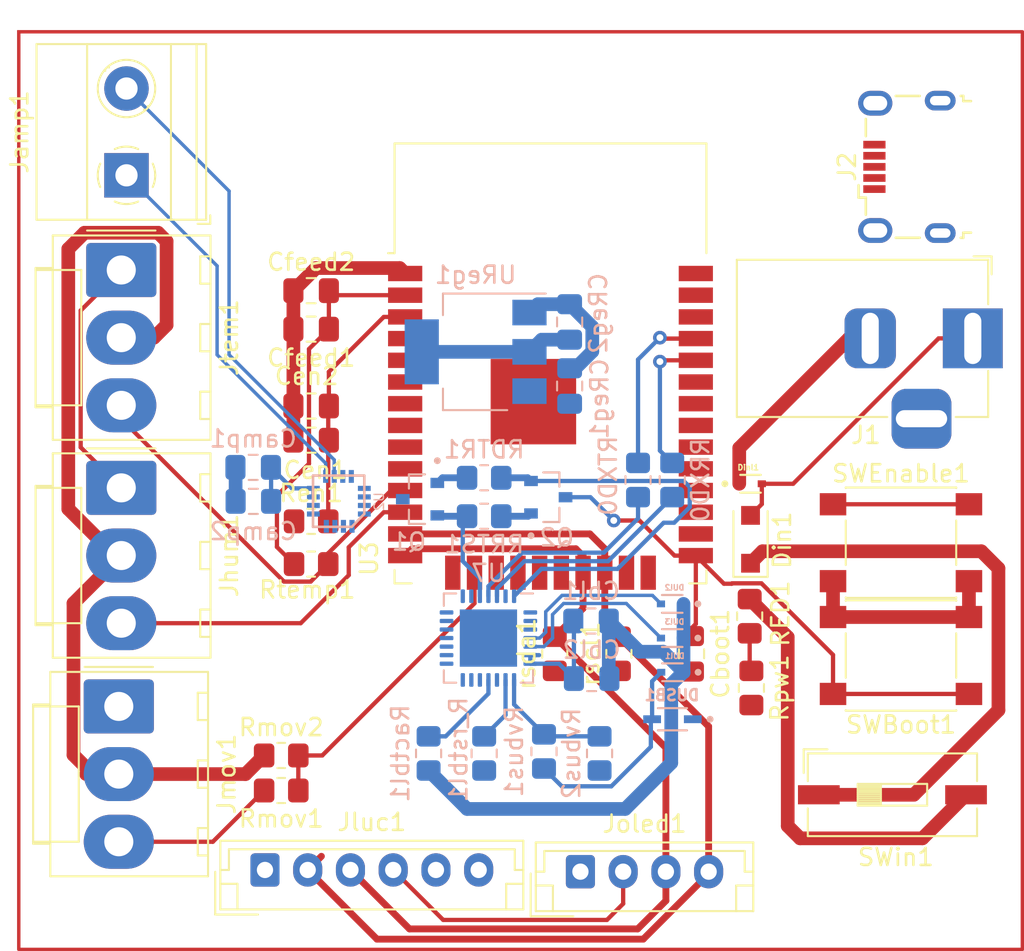
<source format=kicad_pcb>
(kicad_pcb (version 20211014) (generator pcbnew)
  (layers (0 "F.Cu" signal) (31 "B.Cu" signal) (34 "B.Paste" user) (35 "F.Paste" user) (36 "B.SilkS" user "B.Silkscreen") (37 "F.SilkS" user "F.Silkscreen") (38 "B.Mask" user) (39 "F.Mask" user) (44 "Edge.Cuts" user))
  (net 0 "")
  (net 1 "/ESP32/Amp_Din")
  (net 2 "+3V3")
  (net 3 "GND")
  (net 4 "/ESP32/amp_D_mode")
  (net 5 "/Sensores/Amp+")
  (net 6 "/Sensores/Amp-")
  (net 7 "/ESP32/LRC")
  (net 8 "/ESP32/BCLK")
  (net 9 "EN")
  (net 10 "Net-(Q1-Pad1)")
  (net 11 "/CP2102N-A02-GQFN28(Bootloader)/RTS")
  (net 12 "BOOT")
  (net 13 "Net-(Q2-Pad1)")
  (net 14 "/CP2102N-A02-GQFN28(Bootloader)/DTR")
  (net 15 "/CP2102N-A02-GQFN28(Bootloader)/TXD")
  (net 16 "/CP2102N-A02-GQFN28(Bootloader)/RXD0")
  (net 17 "/Sensores/dt")
  (net 18 "/ESP32/Dmov(D)")
  (net 19 "/Sensores/dm")
  (net 20 "Net-(Ractbl1-Pad1)")
  (net 21 "GNDREF")
  (net 22 "+3.3V")
  (net 23 "/ESP32/SCL")
  (net 24 "/CP2102N-A02-GQFN28(Bootloader)/RXD")
  (net 25 "/CP2102N-A02-GQFN28(Bootloader)/TXD0")
  (net 26 "/CP2102N-A02-GQFN28(Bootloader)/VBUS")
  (net 27 "Net-(Rvbus1-Pad2)")
  (net 28 "Net-(RED1-Pad1)")
  (net 29 "+5V")
  (net 30 "Net-(R_rstbl1-Pad2)")
  (net 31 "/ESP32/SDA")
  (net 35 "/Sensores/dh")
  (net 39 "/ESP32/SCK")
  (net 54 "/CP2102N-A02-GQFN28(Bootloader)/USB_DP")
  (net 55 "/CP2102N-A02-GQFN28(Bootloader)/USB_DN")
  (net 70 "Net-(Din1-Pad2)")
  (net 71 "+5V_Jack")
  (net 73 "/Sensores/INT Luz(op)")
  (net 74 "/Sensores/VL Luz (op)")
  (footprint "Button_Switch_SMD:SW_Push_1P1T_NO_6x6mm_H9.5mm" (layer "F.Cu") (at 71.5 62.6 180)
    (fp_text reference "SWBoot1")
    (fp_text value "SW_Push")
  )
  (footprint "Connector_BarrelJack:BarrelJack_Horizontal" (layer "F.Cu") (at 75.7 44.0425)
    (fp_text reference "J1")
    (fp_text value "Jack-DC")
  )
  (footprint "Connector_Molex:Molex_KK-396_A-41791-0003_1x03_P3.96mm_Vertical" (layer "F.Cu") (at 25.895 52.79 -90)
    (fp_text reference "Jhum1")
    (fp_text value "Conn_01x03_Female")
  )
  (footprint "Connector_Molex:Molex_KK-396_A-41791-0003_1x03_P3.96mm_Vertical" (layer "F.Cu") (at 25.75 65.58 -90)
    (fp_text reference "Jmov1")
    (fp_text value "Conn_01x03_Female")
  )
  (footprint "Resistor_SMD:R_0805_2012Metric_Pad1.20x1.40mm_HandSolder" (layer "F.Cu") (at 37 54.75)
    (fp_text reference "Ren1")
    (fp_text value "10K(5%)")
  )
  (footprint "Capacitor_SMD:C_0805_2012Metric_Pad1.18x1.45mm_HandSolder" (layer "F.Cu") (at 59.25 62.5 -90)
    (fp_text reference "Cboot1")
    (fp_text value "0.1uF/50V(10%)(NC)")
  )
  (footprint "Resistor_SMD:R_0805_2012Metric_Pad1.20x1.40mm_HandSolder" (layer "F.Cu") (at 37 57.25)
    (fp_text reference "Rtemp1")
    (fp_text value "4,7k")
  )
  (footprint "Resistor_SMD:R_0805_2012Metric_Pad1.20x1.40mm_HandSolder" (layer "F.Cu") (at 35.25 70.5 180)
    (fp_text reference "Rmov1")
    (fp_text value "5.1k")
  )
  (footprint "Resistor_SMD:R_0805_2012Metric_Pad1.20x1.40mm_HandSolder" (layer "F.Cu") (at 35.25 68.45)
    (fp_text reference "Rmov2")
    (fp_text value "3.3k")
  )
  (footprint "Resistor_SMD:R_0805_2012Metric_Pad1.20x1.40mm_HandSolder" (layer "F.Cu") (at 55 62.5 90)
    (fp_text reference "rscl1")
    (fp_text value "4.7k")
  )
  (footprint "Button_Switch_SMD:SW_Push_1P1T_NO_6x6mm_H9.5mm" (layer "F.Cu") (at 71.5 56)
    (fp_text reference "SWEnable1")
    (fp_text value "SW_Push")
  )
  (footprint "Connector_Molex:Molex_KK-396_A-41791-0003_1x03_P3.96mm_Vertical" (layer "F.Cu") (at 25.895 40.04 -90)
    (fp_text reference "Jtem1")
    (fp_text value "Conn_01x03_Female")
  )
  (footprint "Resistor_SMD:R_0805_2012Metric_Pad1.20x1.40mm_HandSolder" (layer "F.Cu") (at 62.75 64.5 -90)
    (fp_text reference "Rpw1")
    (fp_text value "1k")
  )
  (footprint "Diode_SMD:D_SOD-123F" (layer "F.Cu") (at 62.7 55.8 90)
    (fp_text reference "Din1")
    (fp_text value "MBR1020VL")
  )
  (footprint "Resistor_SMD:R_0805_2012Metric_Pad1.20x1.40mm_HandSolder" (layer "F.Cu") (at 51.25 62.5 90)
    (fp_text reference "rsda1")
    (fp_text value "4.7k")
  )
  (footprint "RF_Module:ESP32-WROOM-32" (layer "F.Cu") (at 51 48.5)
    (fp_text reference "U3")
    (fp_text value "ESP32-WROOM-32")
  )
  (footprint "TerminalBlock_Phoenix:TerminalBlock_Phoenix_MKDS-1,5-2-5.08_1x02_P5.08mm_Horizontal" (layer "F.Cu") (at 26.2 34.5 90)
    (fp_text reference "Jamp1")
    (fp_text value "Conn_01x02_Female")
  )
  (footprint "LESD5D5:TVS_LESD5D5.0CT1G" (layer "F.Cu") (at 62.7 52.55)
    (fp_text reference "Dinl1")
    (fp_text value "LESD5D5.0CT1G")
  )
  (footprint "Capacitor_SMD:C_0805_2012Metric_Pad1.18x1.45mm_HandSolder" (layer "F.Cu") (at 37 50)
    (fp_text reference "Cen1")
    (fp_text value "0.1uF/50(10%)")
  )
  (footprint "Button_Switch_SMD:SW_DIP_SPSTx01_Slide_9.78x4.72mm_W8.61mm_P2.54mm" (layer "F.Cu") (at 71 70.75)
    (fp_text reference "SWin1")
    (fp_text value "SW_DIP_x01")
  )
  (footprint "Capacitor_SMD:C_0805_2012Metric_Pad1.18x1.45mm_HandSolder" (layer "F.Cu") (at 37 41.25)
    (fp_text reference "Cfeed2")
    (fp_text value "0.1uF/50(10%)")
  )
  (footprint "Connector_JST:JST_EH_B6B-EH-A_1x06_P2.50mm_Vertical" (layer "F.Cu") (at 34.3 75.15)
    (fp_text reference "Jluc1")
    (fp_text value "Conn_01x06_Female")
  )
  (footprint "Resistor_SMD:R_0805_2012Metric_Pad1.20x1.40mm_HandSolder" (layer "F.Cu") (at 62.65 60.3 90)
    (fp_text reference "RED1")
    (fp_text value "LED")
  )
  (footprint "Connector_JST:JST_EH_B4B-EH-A_1x04_P2.50mm_Vertical" (layer "F.Cu") (at 52.75 75.25)
    (fp_text reference "Joled1")
    (fp_text value "Conn_01x04_Female")
  )
  (footprint "Connector_USB:USB_Micro-B_Wuerth_629105150521" (layer "F.Cu") (at 71.845 34.005 90)
    (fp_text reference "J2")
    (fp_text value "USB_B_Micro")
  )
  (footprint "Capacitor_SMD:C_0805_2012Metric_Pad1.18x1.45mm_HandSolder" (layer "F.Cu") (at 37 48 180)
    (fp_text reference "Cen2")
    (fp_text value "0.1uF/50V(10%)(NC)")
  )
  (footprint "Capacitor_SMD:C_0805_2012Metric_Pad1.18x1.45mm_HandSolder" (layer "F.Cu") (at 37 43.5 180)
    (fp_text reference "Cfeed1")
    (fp_text value "22uF/10V(20%)")
  )
  (footprint "SS8050-G:TRANS_SS8050-G" (layer "B.Cu") (at 43.37 53.45 180)
    (fp_text reference "Q1")
    (fp_text value "SS8050-G")
  )
  (footprint "Resistor_SMD:R_0805_2012Metric_Pad1.20x1.40mm_HandSolder" (layer "B.Cu") (at 56.12 52.33 90)
    (fp_text reference "RTXD0")
    (fp_text value "0R(5%)")
  )
  (footprint "Resistor_SMD:R_0805_2012Metric_Pad1.20x1.40mm_HandSolder" (layer "B.Cu") (at 47.12 52.2 180)
    (fp_text reference "RDTR1")
    (fp_text value "10K(5%)")
  )
  (footprint "Capacitor_SMD:C_0805_2012Metric_Pad1.18x1.45mm_HandSolder" (layer "B.Cu") (at 52.12 46.83 90)
    (fp_text reference "CReg1")
    (fp_text value "1u")
  )
  (footprint "open-automation:MAX98357A" (layer "B.Cu") (at 39.38 54.87 90)
    (fp_text reference "U2")
    (fp_text value "MAX98357AETE+")
  )
  (footprint "Capacitor_SMD:C_0805_2012Metric_Pad1.18x1.45mm_HandSolder" (layer "B.Cu") (at 33.61 51.59 180)
    (fp_text reference "Camp1")
    (fp_text value "10u")
  )
  (footprint "Capacitor_SMD:C_0805_2012Metric_Pad1.18x1.45mm_HandSolder" (layer "B.Cu") (at 53.37 60.58)
    (fp_text reference "Cbl1")
    (fp_text value "0.1uF/50V(10%)")
  )
  (footprint "Resistor_SMD:R_0805_2012Metric_Pad1.20x1.40mm_HandSolder" (layer "B.Cu") (at 47.12 54.45)
    (fp_text reference "RRTS1")
    (fp_text value "10K(5%)")
  )
  (footprint "Package_TO_SOT_SMD:SOT-223-3_TabPin2" (layer "B.Cu") (at 46.62 44.83 180)
    (fp_text reference "UReg1")
    (fp_text value "AMS1117-3.3")
  )
  (footprint "Resistor_SMD:R_0805_2012Metric_Pad1.20x1.40mm_HandSolder" (layer "B.Cu") (at 58.12 52.33 90)
    (fp_text reference "RRXD0")
    (fp_text value "0R(5%)")
  )
  (footprint "Capacitor_SMD:C_0805_2012Metric_Pad1.18x1.45mm_HandSolder" (layer "B.Cu") (at 33.62 53.58 180)
    (fp_text reference "Camp2")
    (fp_text value "0.1u")
  )
  (footprint "Resistor_SMD:R_0805_2012Metric_Pad1.20x1.40mm_HandSolder" (layer "B.Cu") (at 53.87 68.33 -90)
    (fp_text reference "Rvbus2")
    (fp_text value "47.5K(5%)")
  )
  (footprint "LESD5D5:TVS_LESD5D5.0CT1G" (layer "B.Cu") (at 58.13369 63.58 180)
    (fp_text reference "DUl1")
    (fp_text value "LESD5D5.0CT1G")
  )
  (footprint "Resistor_SMD:R_0805_2012Metric_Pad1.20x1.40mm_HandSolder" (layer "B.Cu") (at 43.87 68.33 -90)
    (fp_text reference "Ractbl1")
    (fp_text value "10k(5%)")
  )
  (footprint "Resistor_SMD:R_0805_2012Metric_Pad1.20x1.40mm_HandSolder" (layer "B.Cu") (at 50.62 68.21369 90)
    (fp_text reference "Rvbus1")
    (fp_text value "22.1K(5%)")
  )
  (footprint "LESD5D5:TVS_LESD5D5.0CT1G" (layer "B.Cu") (at 58.12 59.58 180)
    (fp_text reference "DUl2")
    (fp_text value "LESD5D5.0CT1G")
  )
  (footprint "BAT760-7:SOD2513X120N" (layer "B.Cu") (at 58.13369 66.33 180)
    (fp_text reference "DUSB1")
    (fp_text value "BAT760-7")
  )
  (footprint "SS8050-G:TRANS_SS8050-G" (layer "B.Cu") (at 50.87 53.3375)
    (fp_text reference "Q2")
    (fp_text value "SS8050-G")
  )
  (footprint "Capacitor_SMD:C_0805_2012Metric_Pad1.18x1.45mm_HandSolder" (layer "B.Cu") (at 52.12 43.08 90)
    (fp_text reference "CReg2")
    (fp_text value "1u")
  )
  (footprint "Capacitor_SMD:C_0805_2012Metric_Pad1.18x1.45mm_HandSolder" (layer "B.Cu") (at 53.4075 63.95 180)
    (fp_text reference "Cbl2")
    (fp_text value "4.7uF/6.3V(10%)")
  )
  (footprint "Resistor_SMD:R_0805_2012Metric_Pad1.20x1.40mm_HandSolder" (layer "B.Cu") (at 47.12 68.33 90)
    (fp_text reference "R_rstbl1")
    (fp_text value "2k(5%)")
  )
  (footprint "Package_DFN_QFN:QFN-28-1EP_5x5mm_P0.5mm_EP3.35x3.35mm" (layer "B.Cu") (at 47.37 61.58 180)
    (fp_text reference "U7")
    (fp_text value "CP2102N-Axx-xQFN28")
  )
  (footprint "LESD5D5:TVS_LESD5D5.0CT1G" (layer "B.Cu") (at 58.12 61.58 180)
    (fp_text reference "DUl3")
    (fp_text value "LESD5D5.0CT1G")
  )
  (gr_rect (start 19.9 26.1) (end 78.6 79.8) (layer "F.Cu") (width 0.2) (fill none))
  (segment (start 23.52048 42.41452) (end 23.52048 50.41548) (width 0.25) (layer "F.Cu") (net 2))
  (segment (start 38.0375 43.5) (end 38.0375 41.25) (width 0.25) (layer "F.Cu") (net 2))
  (segment (start 36.87452 51.37548) (end 36.87452 44.66298) (width 0.25) (layer "F.Cu") (net 2))
  (segment (start 25.895 40.04) (end 23.52048 42.41452) (width 0.25) (layer "F.Cu") (net 2))
  (segment (start 41.8 75.15) (end 44.72548 78.07548) (width 0.25) (layer "F.Cu") (net 2))
  (segment (start 44.72548 78.07548) (end 54.3 78.07548) (width 0.25) (layer "F.Cu") (net 2))
  (segment (start 55.25 77.12548) (end 55.25 75.25) (width 0.25) (layer "F.Cu") (net 2))
  (segment (start 36.87452 44.66298) (end 38.0375 43.5) (width 0.25) (layer "F.Cu") (net 2))
  (segment (start 23.52048 50.41548) (end 25.895 52.79) (width 0.25) (layer "F.Cu") (net 2))
  (segment (start 38.0375 41.25) (end 38.3025 41.515) (width 0.25) (layer "F.Cu") (net 2))
  (segment (start 36 57.25) (end 35 56.25) (width 0.25) (layer "F.Cu") (net 2))
  (segment (start 35 53.25) (end 36.87452 51.37548) (width 0.25) (layer "F.Cu") (net 2))
  (segment (start 38.3025 41.515) (end 42.5 41.515) (width 0.25) (layer "F.Cu") (net 2))
  (segment (start 35 56.25) (end 35 53.25) (width 0.25) (layer "F.Cu") (net 2))
  (segment (start 54.3 78.07548) (end 55.25 77.12548) (width 0.25) (layer "F.Cu") (net 2))
  (segment (start 50.4825 44.1175) (end 52.12 44.1175) (width 0.8) (layer "B.Cu") (net 2))
  (segment (start 34.6575 51.6) (end 34.6475 51.59) (width 0.25) (layer "B.Cu") (net 2))
  (segment (start 37.13 52.82) (end 37.13 53.32) (width 0.25) (layer "B.Cu") (net 2))
  (segment (start 49.77 44.83) (end 50.4825 44.1175) (width 0.8) (layer "B.Cu") (net 2))
  (segment (start 37.13 52.82) (end 35.8775 52.82) (width 0.25) (layer "B.Cu") (net 2))
  (segment (start 35.8775 52.82) (end 34.6475 51.59) (width 0.25) (layer "B.Cu") (net 2))
  (segment (start 34.6575 53.58) (end 34.6575 51.6) (width 0.25) (layer "B.Cu") (net 2))
  (segment (start 49.77 44.83) (end 43.47 44.83) (width 0.8) (layer "B.Cu") (net 2))
  (segment (start 25.75 69.54) (end 23.84 69.54) (width 0.8) (layer "F.Cu") (net 3))
  (segment (start 23.10048 68.42096) (end 24.21952 69.54) (width 0.8) (layer "F.Cu") (net 3))
  (segment (start 25.895 56.75) (end 25.523598 56.75) (width 0.8) (layer "F.Cu") (net 3))
  (segment (start 28.046882 37.86048) (end 28.54452 38.358118) (width 0.8) (layer "F.Cu") (net 3))
  (segment (start 23.10048 59.54452) (end 23.10048 68.42096) (width 0.8) (layer "F.Cu") (net 3))
  (segment (start 24.21952 69.54) (end 25.75 69.54) (width 0.8) (layer "F.Cu") (net 3))
  (segment (start 22.79596 38.807638) (end 23.743118 37.86048) (width 0.8) (layer "F.Cu") (net 3))
  (segment (start 25.895 56.75) (end 23.10048 59.54452) (width 0.8) (layer "F.Cu") (net 3))
  (segment (start 22.79596 54.022362) (end 22.79596 38.807638) (width 0.8) (layer "F.Cu") (net 3))
  (segment (start 23.743118 37.86048) (end 28.046882 37.86048) (width 0.8) (layer "F.Cu") (net 3))
  (segment (start 28.54452 43.26048) (end 27.805 44) (width 0.8) (layer "F.Cu") (net 3))
  (segment (start 28.54452 38.358118) (end 28.54452 43.26048) (width 0.8) (layer "F.Cu") (net 3))
  (segment (start 34.25 68.45) (end 33.16 69.54) (width 0.8) (layer "F.Cu") (net 3))
  (segment (start 27.805 44) (end 25.895 44) (width 0.8) (layer "F.Cu") (net 3))
  (segment (start 25.523598 56.75) (end 22.79596 54.022362) (width 0.8) (layer "F.Cu") (net 3))
  (segment (start 33.16 69.54) (end 25.75 69.54) (width 0.8) (layer "F.Cu") (net 3))
  (segment (start 32.5825 53.58) (end 32.5825 51.6) (width 0.8) (layer "B.Cu") (net 3))
  (segment (start 52.12 42.0425) (end 50.2575 42.0425) (width 0.8) (layer "B.Cu") (net 3))
  (segment (start 53.44452 44.806882) (end 52.458902 45.7925) (width 0.8) (layer "B.Cu") (net 3))
  (segment (start 32.5825 51.6) (end 32.5725 51.59) (width 0.8) (layer "B.Cu") (net 3))
  (segment (start 50.2575 42.0425) (end 49.77 42.53) (width 0.8) (layer "B.Cu") (net 3))
  (segment (start 53.44452 43.36702) (end 53.44452 44.806882) (width 0.8) (layer "B.Cu") (net 3))
  (segment (start 52.458902 45.7925) (end 52.12 45.7925) (width 0.8) (layer "B.Cu") (net 3))
  (segment (start 52.12 42.0425) (end 53.44452 43.36702) (width 0.8) (layer "B.Cu") (net 3))
  (segment (start 31.5 39.8) (end 26.2 34.5) (width 0.2) (layer "B.Cu") (net 5))
  (segment (start 31.5 45) (end 31.5 39.8) (width 0.2) (layer "B.Cu") (net 5))
  (segment (start 37.85 51.35) (end 31.5 45) (width 0.2) (layer "B.Cu") (net 5))
  (segment (start 37.85 52.12) (end 37.85 51.35) (width 0.2) (layer "B.Cu") (net 5))
  (segment (start 32.2 45) (end 32.2 35.42) (width 0.2) (layer "B.Cu") (net 6))
  (segment (start 38.35 51.15) (end 32.2 45) (width 0.2) (layer "B.Cu") (net 6))
  (segment (start 32.2 35.42) (end 26.2 29.42) (width 0.2) (layer "B.Cu") (net 6))
  (segment (start 38.35 52.12) (end 38.35 51.15) (width 0.2) (layer "B.Cu") (net 6))
  (segment (start 38.0375 50) (end 38 50) (width 0.25) (layer "F.Cu") (net 9))
  (segment (start 41.25 42.785) (end 42.5 42.785) (width 0.25) (layer "F.Cu") (net 9))
  (segment (start 38.0375 45.9975) (end 41.25 42.785) (width 0.25) (layer "F.Cu") (net 9))
  (segment (start 38 50) (end 38 48.0375) (width 0.25) (layer "F.Cu") (net 9))
  (segment (start 67.525 53.75) (end 75.475 53.75) (width 0.25) (layer "F.Cu") (net 9))
  (segment (start 38.0375 48) (end 38.0375 45.9975) (width 0.25) (layer "F.Cu") (net 9))
  (segment (start 38 48.0375) (end 38.0375 48) (width 0.25) (layer "F.Cu") (net 9))
  (segment (start 38 50.0375) (end 38.0375 50) (width 0.25) (layer "F.Cu") (net 9))
  (segment (start 38 54.75) (end 38 50.0375) (width 0.25) (layer "F.Cu") (net 9))
  (segment (start 46.12 52.2) (end 44.68 52.2) (width 0.4) (layer "B.Cu") (net 10))
  (segment (start 44.68 52.2) (end 44.38 52.5) (width 0.4) (layer "B.Cu") (net 10))
  (segment (start 44.43 54.45) (end 44.38 54.4) (width 0.4) (layer "B.Cu") (net 11))
  (segment (start 46.87 58.08) (end 45.87 57.08) (width 0.25) (layer "B.Cu") (net 11))
  (segment (start 46.87 59.13) (end 46.87 58.08) (width 0.25) (layer "B.Cu") (net 11))
  (segment (start 45.87 54.7) (end 46.12 54.45) (width 0.25) (layer "B.Cu") (net 11))
  (segment (start 45.87 57.08) (end 45.87 54.7) (width 0.25) (layer "B.Cu") (net 11))
  (segment (start 46.12 54.45) (end 44.43 54.45) (width 0.4) (layer "B.Cu") (net 11))
  (segment (start 67.525 62.562507) (end 63.337973 58.37548) (width 0.25) (layer "F.Cu") (net 12))
  (segment (start 59.2125 61.4625) (end 59 61.25) (width 0.25) (layer "F.Cu") (net 12))
  (segment (start 58.255 56.755) (end 56.2 54.7) (width 0.25) (layer "F.Cu") (net 12))
  (segment (start 59.5 60.75) (end 59.5 56.755) (width 0.25) (layer "F.Cu") (net 12))
  (segment (start 61.6 58.4) (end 61.145 58.4) (width 0.25) (layer "F.Cu") (net 12))
  (segment (start 56.2 54.7) (end 54.7 54.7) (width 0.25) (layer "F.Cu") (net 12))
  (segment (start 67.525 64.85) (end 67.525 62.562507) (width 0.25) (layer "F.Cu") (net 12))
  (segment (start 61.145 58.4) (end 59.5 56.755) (width 0.25) (layer "F.Cu") (net 12))
  (segment (start 61.62452 58.37548) (end 61.6 58.4) (width 0.25) (layer "F.Cu") (net 12))
  (segment (start 67.525 64.85) (end 75.475 64.85) (width 0.25) (layer "F.Cu") (net 12))
  (segment (start 63.337973 58.37548) (end 61.62452 58.37548) (width 0.25) (layer "F.Cu") (net 12))
  (segment (start 59 61.25) (end 59.5 60.75) (width 0.25) (layer "F.Cu") (net 12))
  (segment (start 59.5 56.755) (end 58.255 56.755) (width 0.25) (layer "F.Cu") (net 12))
  (segment (start 59.25 61.4625) (end 59.2125 61.4625) (width 0.25) (layer "F.Cu") (net 12))
  (via (at 54.7 54.7) (size 0.8) (drill 0.4) (layers "F.Cu" "B.Cu") (net 12))
  (segment (start 53.3375 53.3375) (end 54.7 54.7) (width 0.25) (layer "B.Cu") (net 12))
  (segment (start 51.88 53.3375) (end 53.3375 53.3375) (width 0.25) (layer "B.Cu") (net 12))
  (segment (start 48.12 54.45) (end 49.6975 54.45) (width 0.4) (layer "B.Cu") (net 13))
  (segment (start 49.6975 54.45) (end 49.86 54.2875) (width 0.4) (layer "B.Cu") (net 13))
  (segment (start 48.87 59.13) (end 50.47048 57.52952) (width 0.25) (layer "B.Cu") (net 14))
  (segment (start 54.92048 57.52952) (end 57.62 54.83) (width 0.25) (layer "B.Cu") (net 14))
  (segment (start 48.12 52.2) (end 49.6725 52.2) (width 0.4) (layer "B.Cu") (net 14))
  (segment (start 59.14452 52.742027) (end 58.789993 52.3875) (width 0.25) (layer "B.Cu") (net 14))
  (segment (start 57.62 54.83) (end 58.232493 54.83) (width 0.25) (layer "B.Cu") (net 14))
  (segment (start 58.789993 52.3875) (end 49.86 52.3875) (width 0.25) (layer "B.Cu") (net 14))
  (segment (start 50.47048 57.52952) (end 54.92048 57.52952) (width 0.25) (layer "B.Cu") (net 14))
  (segment (start 59.14452 53.917973) (end 59.14452 52.742027) (width 0.25) (layer "B.Cu") (net 14))
  (segment (start 58.232493 54.83) (end 59.14452 53.917973) (width 0.25) (layer "B.Cu") (net 14))
  (segment (start 49.6725 52.2) (end 49.86 52.3875) (width 0.4) (layer "B.Cu") (net 14))
  (segment (start 54.37 57.08) (end 58.12 53.33) (width 0.25) (layer "B.Cu") (net 15))
  (segment (start 47.87 59.13) (end 47.87 58.682672) (width 0.25) (layer "B.Cu") (net 15))
  (segment (start 47.87 58.682672) (end 49.472672 57.08) (width 0.25) (layer "B.Cu") (net 15))
  (segment (start 49.472672 57.08) (end 54.37 57.08) (width 0.25) (layer "B.Cu") (net 15))
  (segment (start 57.475 45.325) (end 57.4 45.4) (width 0.25) (layer "F.Cu") (net 16))
  (segment (start 59.5 45.325) (end 57.475 45.325) (width 0.25) (layer "F.Cu") (net 16))
  (via (at 57.4 45.4) (size 0.8) (drill 0.4) (layers "F.Cu" "B.Cu") (net 16))
  (segment (start 58.12 51.33) (end 57.4 50.61) (width 0.25) (layer "B.Cu") (net 16))
  (segment (start 57.4 50.61) (end 57.4 45.4) (width 0.25) (layer "B.Cu") (net 16))
  (segment (start 38 57.25) (end 38 56.615978) (width 0.25) (layer "F.Cu") (net 17))
  (segment (start 25.895 47.96) (end 25.895 48.757493) (width 0.25) (layer "F.Cu") (net 17))
  (segment (start 35.412027 58.27452) (end 36.97548 58.27452) (width 0.25) (layer "F.Cu") (net 17))
  (segment (start 36.97548 58.27452) (end 38 57.25) (width 0.25) (layer "F.Cu") (net 17))
  (segment (start 38 56.615978) (end 41.670978 52.945) (width 0.25) (layer "F.Cu") (net 17))
  (segment (start 25.895 48.757493) (end 35.412027 58.27452) (width 0.25) (layer "F.Cu") (net 17))
  (segment (start 41.670978 52.945) (end 42.5 52.945) (width 0.25) (layer "F.Cu") (net 17))
  (segment (start 36.25 70.5) (end 36.25 68.45) (width 0.25) (layer "F.Cu") (net 18))
  (segment (start 37.65 68.45) (end 46.555 59.545) (width 0.25) (layer "F.Cu") (net 18))
  (segment (start 46.555 59.545) (end 46.555 57.755) (width 0.25) (layer "F.Cu") (net 18))
  (segment (start 36.25 68.45) (end 37.65 68.45) (width 0.25) (layer "F.Cu") (net 18))
  (segment (start 31.25 73.5) (end 25.75 73.5) (width 0.25) (layer "F.Cu") (net 19))
  (segment (start 34.25 70.5) (end 31.25 73.5) (width 0.25) (layer "F.Cu") (net 19))
  (segment (start 47.37 64.83) (end 44.87 67.33) (width 0.25) (layer "B.Cu") (net 20))
  (segment (start 47.37 64.03) (end 47.37 64.83) (width 0.25) (layer "B.Cu") (net 20))
  (segment (start 44.87 67.33) (end 43.87 67.33) (width 0.25) (layer "B.Cu") (net 20))
  (segment (start 75.475 58.25) (end 75.475 60.35) (width 0.8) (layer "F.Cu") (net 21))
  (segment (start 75.475 60.35) (end 67.525 60.35) (width 0.8) (layer "F.Cu") (net 21))
  (segment (start 37.28702 39.92548) (end 35.9625 41.25) (width 0.8) (layer "F.Cu") (net 21))
  (segment (start 62.04 50.46) (end 62.04 52.55) (width 0.8) (layer "F.Cu") (net 21))
  (segment (start 42.18048 39.92548) (end 37.28702 39.92548) (width 0.8) (layer "F.Cu") (net 21))
  (segment (start 42.5 40.245) (end 42.18048 39.92548) (width 0.8) (layer "F.Cu") (net 21))
  (segment (start 35.9625 50) (end 35.9625 48) (width 0.8) (layer "F.Cu") (net 21))
  (segment (start 35.9625 43.5) (end 35.9625 48) (width 0.8) (layer "F.Cu") (net 21))
  (segment (start 67.525 60.35) (end 67.525 58.25) (width 0.8) (layer "F.Cu") (net 21))
  (segment (start 35.9625 43.5) (end 35.9625 41.25) (width 0.8) (layer "F.Cu") (net 21))
  (segment (start 69.7 44.0425) (end 68.4575 44.0425) (width 0.8) (layer "F.Cu") (net 21))
  (segment (start 68.4575 44.0425) (end 62.04 50.46) (width 0.8) (layer "F.Cu") (net 21))
  (segment (start 54.4075 60.58) (end 54.4075 63.9125) (width 0.8) (layer "B.Cu") (net 21))
  (segment (start 58.78 63.56631) (end 58.79369 63.58) (width 0.8) (layer "B.Cu") (net 21))
  (segment (start 46.12 71.58) (end 55.37 71.58) (width 0.8) (layer "B.Cu") (net 21))
  (segment (start 54.4075 63.9125) (end 54.445 63.95) (width 0.8) (layer "B.Cu") (net 21))
  (segment (start 43.87 69.33) (end 46.12 71.58) (width 0.8) (layer "B.Cu") (net 21))
  (segment (start 58.79369 63.58) (end 57.593201 62.379511) (width 0.8) (layer "B.Cu") (net 21))
  (segment (start 55.37 71.58) (end 58.063201 68.886799) (width 0.8) (layer "B.Cu") (net 21))
  (segment (start 58.78 61.58) (end 58.78 63.56631) (width 0.8) (layer "B.Cu") (net 21))
  (segment (start 58.78 59.58) (end 58.78 61.58) (width 0.8) (layer "B.Cu") (net 21))
  (segment (start 58.063201 68.886799) (end 58.063201 64.283109) (width 0.8) (layer "B.Cu") (net 21))
  (segment (start 58.063201 64.283109) (end 58.78 63.56631) (width 0.8) (layer "B.Cu") (net 21))
  (segment (start 57.593201 62.379511) (end 56.207011 62.379511) (width 0.8) (layer "B.Cu") (net 21))
  (segment (start 56.207011 62.379511) (end 54.4075 60.58) (width 0.8) (layer "B.Cu") (net 21))
  (segment (start 51.5 63.08) (end 52.37 63.95) (width 0.25) (layer "B.Cu") (net 22))
  (segment (start 49.82 63.08) (end 49.82 62.58) (width 0.25) (layer "B.Cu") (net 22))
  (segment (start 52.37 63.95) (end 52.37 60.6175) (width 0.25) (layer "B.Cu") (net 22))
  (segment (start 49.82 63.08) (end 51.5 63.08) (width 0.25) (layer "B.Cu") (net 22))
  (segment (start 49.82 62.58) (end 50.3325 62.58) (width 0.25) (layer "B.Cu") (net 22))
  (segment (start 52.37 60.6175) (end 52.3325 60.58) (width 0.25) (layer "B.Cu") (net 22))
  (segment (start 60.25 66.75) (end 60.25 75.25) (width 0.4) (layer "F.Cu") (net 23))
  (segment (start 54.175 57.755) (end 54.175 56.355) (width 0.4) (layer "F.Cu") (net 23))
  (segment (start 37.6 74.35) (end 36.8 75.15) (width 0.4) (layer "F.Cu") (net 23))
  (segment (start 60.25 75.375) (end 56.42548 79.19952) (width 0.4) (layer "F.Cu") (net 23))
  (segment (start 40.84952 79.19952) (end 36.8 75.15) (width 0.4) (layer "F.Cu") (net 23))
  (segment (start 54.175 56.355) (end 53.305 55.485) (width 0.4) (layer "F.Cu") (net 23))
  (segment (start 60.25 75.25) (end 60.25 75.375) (width 0.4) (layer "F.Cu") (net 23))
  (segment (start 55 61.5) (end 54.175 60.675) (width 0.4) (layer "F.Cu") (net 23))
  (segment (start 54.175 60.675) (end 54.175 57.755) (width 0.4) (layer "F.Cu") (net 23))
  (segment (start 53.305 55.485) (end 42.5 55.485) (width 0.4) (layer "F.Cu") (net 23))
  (segment (start 56.42548 79.19952) (end 40.84952 79.19952) (width 0.4) (layer "F.Cu") (net 23))
  (segment (start 55 61.5) (end 60.25 66.75) (width 0.4) (layer "F.Cu") (net 23))
  (segment (start 56.12 54.58) (end 56.12 53.33) (width 0.25) (layer "B.Cu") (net 24))
  (segment (start 49.336954 56.58) (end 54.12 56.58) (width 0.25) (layer "B.Cu") (net 24))
  (segment (start 54.12 56.58) (end 56.12 54.58) (width 0.25) (layer "B.Cu") (net 24))
  (segment (start 47.37 58.546954) (end 49.336954 56.58) (width 0.25) (layer "B.Cu") (net 24))
  (segment (start 47.37 59.13) (end 47.37 58.546954) (width 0.25) (layer "B.Cu") (net 24))
  (segment (start 57.455 44.055) (end 57.4 44) (width 0.25) (layer "F.Cu") (net 25))
  (segment (start 59.5 44.055) (end 57.455 44.055) (width 0.25) (layer "F.Cu") (net 25))
  (via (at 57.4 44) (size 0.8) (drill 0.4) (layers "F.Cu" "B.Cu") (net 25))
  (segment (start 56.12 51.33) (end 56.12 45.28) (width 0.25) (layer "B.Cu") (net 25))
  (segment (start 56.12 45.28) (end 57.4 44) (width 0.25) (layer "B.Cu") (net 25))
  (segment (start 56.94369 66.33) (end 56.94369 64.11) (width 0.25) (layer "B.Cu") (net 26))
  (segment (start 54.557973 70.25452) (end 51.66083 70.25452) (width 0.25) (layer "B.Cu") (net 26))
  (segment (start 56.94369 64.11) (end 57.47369 63.58) (width 0.25) (layer "B.Cu") (net 26))
  (segment (start 56.87 67.942493) (end 54.557973 70.25452) (width 0.25) (layer "B.Cu") (net 26))
  (segment (start 56.87 66.33) (end 56.87 67.942493) (width 0.25) (layer "B.Cu") (net 26))
  (segment (start 56.94369 66.33) (end 56.87 66.33) (width 0.25) (layer "B.Cu") (net 26))
  (segment (start 51.66083 70.25452) (end 50.62 69.21369) (width 0.25) (layer "B.Cu") (net 26))
  (segment (start 53.87 67.33) (end 50.73631 67.33) (width 0.25) (layer "B.Cu") (net 27))
  (segment (start 50.73631 67.33) (end 50.62 67.21369) (width 0.25) (layer "B.Cu") (net 27))
  (segment (start 48.87 65.46369) (end 50.62 67.21369) (width 0.25) (layer "B.Cu") (net 27))
  (segment (start 48.87 64.03) (end 48.87 65.46369) (width 0.25) (layer "B.Cu") (net 27))
  (segment (start 62.65 63.4) (end 62.75 63.5) (width 0.25) (layer "F.Cu") (net 28))
  (segment (start 62.65 61.3) (end 62.65 63.4) (width 0.25) (layer "F.Cu") (net 28))
  (segment (start 64.875489 72.575489) (end 65.6 73.3) (width 0.8) (layer "F.Cu") (net 29))
  (segment (start 72.755 73.3) (end 75.305 70.75) (width 0.8) (layer "F.Cu") (net 29))
  (segment (start 65.6 73.3) (end 72.755 73.3) (width 0.8) (layer "F.Cu") (net 29))
  (segment (start 62.651402 59.3) (end 64.875489 61.524087) (width 0.8) (layer "F.Cu") (net 29))
  (segment (start 62.65 59.3) (end 62.651402 59.3) (width 0.8) (layer "F.Cu") (net 29))
  (segment (start 64.875489 61.524087) (end 64.875489 72.575489) (width 0.8) (layer "F.Cu") (net 29))
  (segment (start 48.37 66.08) (end 47.12 67.33) (width 0.25) (layer "B.Cu") (net 30))
  (segment (start 48.37 64.03) (end 48.37 66.08) (width 0.25) (layer "B.Cu") (net 30))
  (segment (start 56.1 78.6) (end 57.75 76.95) (width 0.4) (layer "F.Cu") (net 31))
  (segment (start 51.25 61.5) (end 52.905 59.845) (width 0.4) (layer "F.Cu") (net 31))
  (segment (start 57.75 68) (end 51.25 61.5) (width 0.4) (layer "F.Cu") (net 31))
  (segment (start 52.905 56.775978) (end 52.905 57.755) (width 0.4) (layer "F.Cu") (net 31))
  (segment (start 57.75 75.25) (end 57.75 68) (width 0.4) (layer "F.Cu") (net 31))
  (segment (start 42.75 78.6) (end 56.1 78.6) (width 0.4) (layer "F.Cu") (net 31))
  (segment (start 39.3 75.15) (end 42.75 78.6) (width 0.4) (layer "F.Cu") (net 31))
  (segment (start 57.75 76.95) (end 57.75 75.25) (width 0.4) (layer "F.Cu") (net 31))
  (segment (start 42.5 56.755) (end 42.899511 56.355489) (width 0.4) (layer "F.Cu") (net 31))
  (segment (start 52.484511 56.355489) (end 52.905 56.775978) (width 0.4) (layer "F.Cu") (net 31))
  (segment (start 42.899511 56.355489) (end 52.484511 56.355489) (width 0.4) (layer "F.Cu") (net 31))
  (segment (start 52.905 59.845) (end 52.905 57.755) (width 0.4) (layer "F.Cu") (net 31))
  (segment (start 36.39 60.71) (end 25.895 60.71) (width 0.25) (layer "F.Cu") (net 35))
  (segment (start 39.2 57.9) (end 36.39 60.71) (width 0.25) (layer "F.Cu") (net 35))
  (segment (start 39.2 56.265) (end 39.2 57.9) (width 0.25) (layer "F.Cu") (net 35))
  (segment (start 41.25 54.215) (end 39.2 56.265) (width 0.25) (layer "F.Cu") (net 35))
  (segment (start 42.5 54.215) (end 41.25 54.215) (width 0.25) (layer "F.Cu") (net 35))
  (segment (start 51.677856 59.08) (end 56.96 59.08) (width 0.2) (layer "B.Cu") (net 54))
  (segment (start 50.37 61.58) (end 50.72048 61.22952) (width 0.2) (layer "B.Cu") (net 54))
  (segment (start 49.82 61.58) (end 50.37 61.58) (width 0.2) (layer "B.Cu") (net 54))
  (segment (start 56.96 59.08) (end 57.46 59.58) (width 0.2) (layer "B.Cu") (net 54))
  (segment (start 50.72048 61.22952) (end 50.72048 60.037376) (width 0.2) (layer "B.Cu") (net 54))
  (segment (start 50.72048 60.037376) (end 51.677856 59.08) (width 0.2) (layer "B.Cu") (net 54))
  (segment (start 51.767382 59.55548) (end 51.12 60.202862) (width 0.2) (layer "B.Cu") (net 55))
  (segment (start 57.46 61.58) (end 55.43548 59.55548) (width 0.2) (layer "B.Cu") (net 55))
  (segment (start 50.62 62.08) (end 49.82 62.08) (width 0.2) (layer "B.Cu") (net 55))
  (segment (start 55.43548 59.55548) (end 51.767382 59.55548) (width 0.2) (layer "B.Cu") (net 55))
  (segment (start 51.12 60.202862) (end 51.12 61.58) (width 0.2) (layer "B.Cu") (net 55))
  (segment (start 51.12 61.58) (end 50.62 62.08) (width 0.2) (layer "B.Cu") (net 55))
  (segment (start 75.7 44.0425) (end 73.7 44.0425) (width 0.25) (layer "F.Cu") (net 70))
  (segment (start 63.36 53.74) (end 62.7 54.4) (width 0.25) (layer "F.Cu") (net 70))
  (segment (start 65.1925 52.55) (end 63.36 52.55) (width 0.25) (layer "F.Cu") (net 70))
  (segment (start 73.7 44.0425) (end 65.1925 52.55) (width 0.25) (layer "F.Cu") (net 70))
  (segment (start 63.36 52.55) (end 63.36 53.74) (width 0.25) (layer "F.Cu") (net 70))
  (segment (start 77.2 65.8) (end 77.2 57.5) (width 0.8) (layer "F.Cu") (net 71))
  (segment (start 77.2 57.5) (end 76.2 56.5) (width 0.8) (layer "F.Cu") (net 71))
  (segment (start 66.695 70.75) (end 72.25 70.75) (width 0.8) (layer "F.Cu") (net 71))
  (segment (start 72.25 70.75) (end 77.2 65.8) (width 0.8) (layer "F.Cu") (net 71))
  (segment (start 63.4 56.5) (end 62.7 57.2) (width 0.8) (layer "F.Cu") (net 71))
  (segment (start 76.2 56.5) (end 63.4 56.5) (width 0.8) (layer "F.Cu") (net 71))
)
</source>
